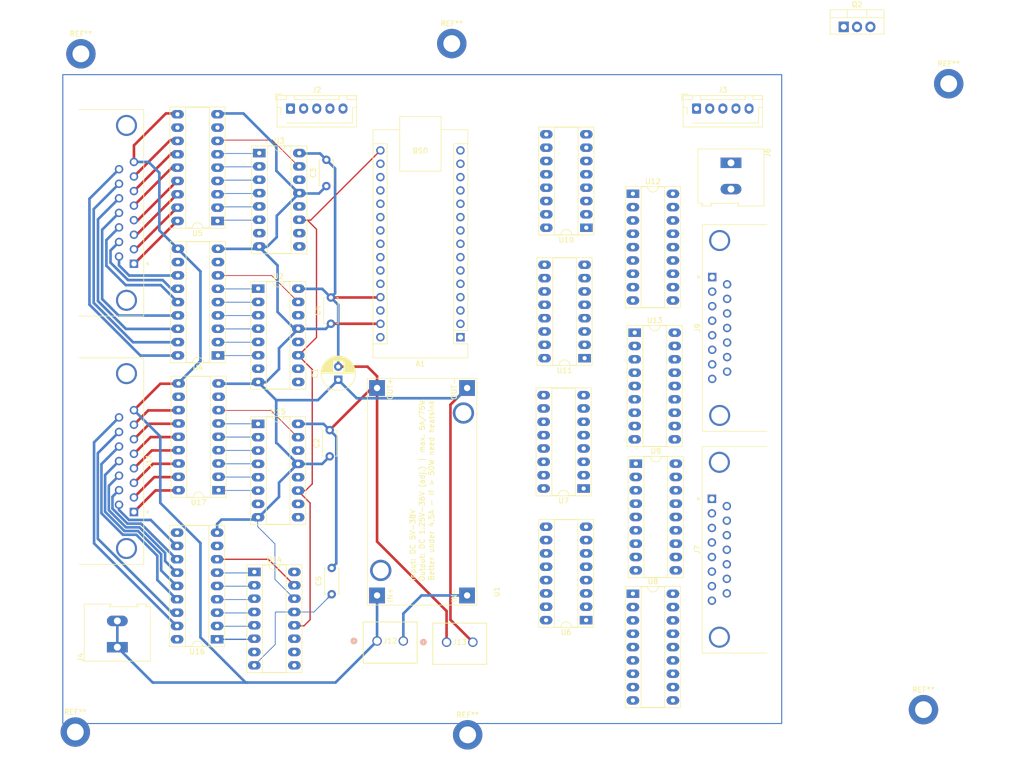
<source format=kicad_pcb>
(kicad_pcb (version 20221018) (generator pcbnew)
  (layers (0 "F.Cu" signal) (31 "B.Cu" signal) (34 "B.Paste" user) (35 "F.Paste" user) (36 "B.SilkS" user "B.Silkscreen") (37 "F.SilkS" user "F.Silkscreen") (38 "B.Mask" user) (39 "F.Mask" user) (44 "Edge.Cuts" user))
  (net 0 "")
  (net 4 "GND")
  (net 9 "signal_horn")
  (net 10 "CS_Halftime")
  (net 11 "Net-(A1-D8)")
  (net 12 "Net-(A1-D9)")
  (net 13 "CS_7seg")
  (net 14 "SER")
  (net 16 "CLK")
  (net 27 "+5V")
  (net 30 "Net-(U5-O7)")
  (net 31 "Net-(U5-O6)")
  (net 32 "Net-(U5-O5)")
  (net 33 "Net-(U5-O4)")
  (net 34 "Net-(U5-O3)")
  (net 35 "Net-(U5-O2)")
  (net 36 "Net-(U5-O1)")
  (net 37 "+12V")
  (net 38 "Net-(J5-P9)")
  (net 39 "Net-(J5-P10)")
  (net 40 "Net-(J5-P111)")
  (net 41 "Net-(J5-P12)")
  (net 42 "Net-(J5-P13)")
  (net 43 "Net-(J5-P14)")
  (net 44 "Net-(J5-P15)")
  (net 45 "Net-(U9-O7)")
  (net 46 "Net-(U9-O6)")
  (net 47 "Net-(U9-O5)")
  (net 48 "Net-(U9-O4)")
  (net 49 "Net-(U9-O3)")
  (net 50 "Net-(U9-O2)")
  (net 51 "Net-(U9-O1)")
  (net 52 "Net-(J7-P9)")
  (net 53 "Net-(J7-P10)")
  (net 54 "Net-(J7-P111)")
  (net 55 "Net-(J7-P12)")
  (net 56 "Net-(J7-P13)")
  (net 57 "Net-(J7-P14)")
  (net 58 "Net-(J7-P15)")
  (net 59 "Net-(U13-O7)")
  (net 60 "Net-(U13-O6)")
  (net 61 "Net-(U13-O5)")
  (net 62 "Net-(U13-O4)")
  (net 63 "Net-(U13-O3)")
  (net 64 "Net-(U13-O2)")
  (net 65 "Net-(U13-O1)")
  (net 66 "Net-(J9-P9)")
  (net 67 "Net-(J9-P10)")
  (net 68 "Net-(J9-P111)")
  (net 69 "Net-(J9-P12)")
  (net 70 "Net-(J9-P13)")
  (net 71 "Net-(J9-P14)")
  (net 72 "Net-(J9-P15)")
  (net 73 "Net-(U17-O7)")
  (net 74 "Net-(U17-O6)")
  (net 75 "Net-(U17-O5)")
  (net 76 "Net-(U17-O4)")
  (net 77 "Net-(U17-O3)")
  (net 78 "Net-(U17-O2)")
  (net 79 "Net-(U17-O1)")
  (net 80 "Net-(J11-P9)")
  (net 81 "Net-(J11-P10)")
  (net 82 "Net-(J11-P111)")
  (net 83 "Net-(J11-P12)")
  (net 84 "Net-(J11-P13)")
  (net 85 "Net-(J11-P14)")
  (net 86 "Net-(J11-P15)")
  (net 87 "Net-(U2-QB)")
  (net 88 "Net-(U2-QC)")
  (net 89 "Net-(U2-QD)")
  (net 90 "Net-(U2-QE)")
  (net 91 "Net-(U2-QF)")
  (net 92 "Net-(U2-QG)")
  (net 94 "Net-(U2-QH')")
  (net 95 "/TeamA Goals/SRCLR_IN")
  (net 96 "Net-(U2-QA)")
  (net 97 "Net-(U3-QB)")
  (net 98 "Net-(U3-QC)")
  (net 99 "Net-(U3-QD)")
  (net 100 "Net-(U3-QE)")
  (net 101 "Net-(U3-QF)")
  (net 102 "Net-(U3-QG)")
  (net 104 "/TeamA Goals/SER_OUT")
  (net 105 "Net-(U3-QA)")
  (net 110 "Net-(U6-QB)")
  (net 111 "Net-(U6-QC)")
  (net 112 "Net-(U6-QD)")
  (net 113 "Net-(U6-QE)")
  (net 114 "Net-(U6-QF)")
  (net 115 "Net-(U6-QG)")
  (net 117 "Net-(U6-QH')")
  (net 118 "/TeamB Goals/SRCLR_IN")
  (net 119 "Net-(U6-QA)")
  (net 120 "Net-(U7-QB)")
  (net 121 "Net-(U7-QC)")
  (net 122 "Net-(U7-QD)")
  (net 123 "Net-(U7-QE)")
  (net 124 "Net-(U7-QF)")
  (net 125 "Net-(U7-QG)")
  (net 127 "/Minutes/SER_IN")
  (net 128 "Net-(U7-QA)")
  (net 133 "Net-(U10-QB)")
  (net 134 "Net-(U10-QC)")
  (net 135 "Net-(U10-QD)")
  (net 136 "Net-(U10-QE)")
  (net 137 "Net-(U10-QF)")
  (net 138 "Net-(U10-QG)")
  (net 140 "Net-(U10-QH')")
  (net 141 "/Minutes/SRCLR_IN")
  (net 142 "Net-(U10-QA)")
  (net 143 "Net-(U11-QB)")
  (net 144 "Net-(U11-QC)")
  (net 145 "Net-(U11-QD)")
  (net 146 "Net-(U11-QE)")
  (net 147 "Net-(U11-QF)")
  (net 148 "Net-(U11-QG)")
  (net 150 "/Minutes/SER_OUT")
  (net 151 "Net-(U11-QA)")
  (net 156 "Net-(U14-QB)")
  (net 157 "Net-(U14-QC)")
  (net 158 "Net-(U14-QD)")
  (net 159 "Net-(U14-QE)")
  (net 160 "Net-(U14-QF)")
  (net 161 "Net-(U14-QG)")
  (net 163 "Net-(U14-QH')")
  (net 164 "/Seconds/SRCLR_IN")
  (net 165 "Net-(U14-QA)")
  (net 166 "Net-(U15-QB)")
  (net 167 "Net-(U15-QC)")
  (net 168 "Net-(U15-QD)")
  (net 169 "Net-(U15-QE)")
  (net 170 "Net-(U15-QF)")
  (net 171 "Net-(U15-QG)")
  (net 173 "/Seconds/SER_OUT")
  (net 174 "Net-(U15-QA)")
  (net 179 "Net-(U1-IN-)")
  (net 180 "Net-(Q2-G)")
  (net 181 "Net-(D1-A)")
  (footprint "Package_DIP:DIP-16_W7.62mm_Socket_LongPads" (layer "F.Cu") (at 57.4294 41.7322)
    (fp_text reference "U3")
    (fp_text value "74HC595")
  )
  (footprint "Package_DIP:DIP-16_W7.62mm_Socket_LongPads" (layer "F.Cu") (at 56.4896 121.4882)
    (fp_text reference "U14")
    (fp_text value "74HC595")
  )
  (footprint "MountingHole:MountingHole_3.2mm_M3_DIN965_Pad" (layer "F.Cu") (at 188.6966 28.5242)
    (fp_text reference "REF**")
    (fp_text value "MountingHole_3.2mm_M3_DIN965_Pad")
  )
  (footprint "Package_DIP:DIP-16_W7.62mm_Socket_LongPads" (layer "F.Cu") (at 57.2262 67.5386)
    (fp_text reference "U2")
    (fp_text value "74HC595")
  )
  (footprint "Package_DIP:DIP-18_W7.62mm_Socket_LongPads" (layer "F.Cu") (at 129.1164 100.8634)
    (fp_text reference "U9")
    (fp_text value "ULN2803A")
  )
  (footprint "Package_DIP:DIP-18_W7.62mm_Socket_LongPads" (layer "F.Cu") (at 49.4792 54.6608 180)
    (fp_text reference "U5")
    (fp_text value "ULN2803A")
  )
  (footprint "Polpoboard_footprints:DSUB-15" (layer "F.Cu") (at 33.566931 62.8118 -90)
    (fp_text reference "J5" hide)
    (fp_text value "DA15_Plug")
  )
  (footprint "Polpoboard_footprints:XL4005_DC-DC" (layer "F.Cu") (at 98.8441 127.8001 90)
    (fp_text reference "U1")
    (fp_text value "~")
  )
  (footprint "Package_DIP:DIP-18_W7.62mm_Socket_LongPads" (layer "F.Cu") (at 128.5666 49.4792)
    (fp_text reference "U12")
    (fp_text value "ULN2803A")
  )
  (footprint "Polpoboard_footprints:DSUB-15" (layer "F.Cu") (at 33.566931 110.068 -90)
    (fp_text reference "J11")
    (fp_text value "DA15_Plug")
  )
  (footprint "Polpoboard_footprints:DSUB-15" (layer "F.Cu") (at 143.6672 65.3394 90)
    (fp_text reference "J9")
    (fp_text value "DA15_Plug")
  )
  (footprint "Package_DIP:DIP-16_W7.62mm_Socket_LongPads" (layer "F.Cu") (at 119.6594 130.6576 180)
    (fp_text reference "U6")
    (fp_text value "74HC595")
  )
  (footprint "Connector_JST:JST_XH_B5B-XH-AM_1x05_P2.50mm_Vertical" (layer "F.Cu") (at 63.3768 33.257)
    (fp_text reference "J2")
    (fp_text value "CONN_LED_MATRIX TeamB")
  )
  (footprint "TerminalBlock:TerminalBlock_Altech_AK300-2_P5.00mm" (layer "F.Cu") (at 147.2438 43.59 -90)
    (fp_text reference "J6")
    (fp_text value "+12VDC additional supply")
  )
  (footprint "Package_DIP:DIP-18_W7.62mm_Socket_LongPads" (layer "F.Cu") (at 128.9132 75.9206)
    (fp_text reference "U13")
    (fp_text value "ULN2803A")
  )
  (footprint "Capacitor_THT:C_Disc_D4.7mm_W2.5mm_P5.00mm" (layer "F.Cu") (at 71.2216 125.7262 90)
    (fp_text reference "C5")
    (fp_text value "100nF")
  )
  (footprint "Package_DIP:DIP-18_W7.62mm_Socket_LongPads" (layer "F.Cu") (at 49.6824 105.918 180)
    (fp_text reference "U17")
    (fp_text value "ULN2803A")
  )
  (footprint "Package_DIP:DIP-16_W7.62mm_Socket_LongPads" (layer "F.Cu") (at 57.2008 93.2942)
    (fp_text reference "U15")
    (fp_text value "74HC595")
  )
  (footprint "Package_DIP:DIP-18_W7.62mm_Socket_LongPads" (layer "F.Cu") (at 49.5554 80.264 180)
    (fp_text reference "U4")
    (fp_text value "ULN2803A")
  )
  (footprint "TerminalBlock:TerminalBlock_Altech_AK300-2_P5.00mm" (layer "F.Cu") (at 30.4038 135.8102 90)
    (fp_text reference "J4")
    (fp_text value "+12VDC additional supply")
  )
  (footprint "Capacitor_THT:C_Disc_D4.7mm_W2.5mm_P5.00mm" (layer "F.Cu") (at 71.0692 74.2296 90)
    (fp_text reference "C4")
    (fp_text value "100nF")
  )
  (footprint "MountingHole:MountingHole_3.2mm_M3_DIN965_Pad" (layer "F.Cu") (at 22.4028 151.9682)
    (fp_text reference "REF**")
    (fp_text value "MountingHole_3.2mm_M3_DIN965_Pad")
  )
  (footprint "Capacitor_THT:C_Disc_D4.7mm_W2.5mm_P5.00mm" (layer "F.Cu") (at 70.2056 48.0168 90)
    (fp_text reference "C3")
    (fp_text value "100nF")
  )
  (footprint "Capacitor_THT:C_Disc_D4.7mm_W2.5mm_P5.00mm" (layer "F.Cu") (at 70.8406 99.4772 90)
    (fp_text reference "C2")
    (fp_text value "100nF")
  )
  (footprint "MountingHole:MountingHole_3.2mm_M3_DIN965_Pad" (layer "F.Cu") (at 94.0816 20.8788)
    (fp_text reference "REF**")
    (fp_text value "MountingHole_3.2mm_M3_DIN965_Pad")
  )
  (footprint "Connector_JST:JST_XH_B5B-XH-AM_1x05_P2.50mm_Vertical" (layer "F.Cu") (at 140.6904 33.2552)
    (fp_text reference "J3")
    (fp_text value "CONN_LED_MATRIX TeamA")
  )
  (footprint "Package_DIP:DIP-16_W7.62mm_Socket_LongPads" (layer "F.Cu") (at 119.7002 55.9408 180)
    (fp_text reference "U10")
    (fp_text value "74HC595")
  )
  (footprint "Package_DIP:DIP-18_W7.62mm_Socket_LongPads" (layer "F.Cu") (at 128.5666 125.6284)
    (fp_text reference "U8")
    (fp_text value "ULN2803A")
  )
  (footprint "Polpoboard_footprints:CONN2_710002_WRE" (layer "F.Cu") (at 79.8595 134.627501)
    (fp_text reference "J12")
    (fp_text value "+12V IN")
  )
  (footprint "Package_DIP:DIP-16_W7.62mm_Socket_LongPads" (layer "F.Cu") (at 119.37 80.782 180)
    (fp_text reference "U11")
    (fp_text value "74HC595")
  )
  (footprint "Package_DIP:DIP-18_W7.62mm_Socket_LongPads" (layer "F.Cu") (at 49.403 134.3152 180)
    (fp_text reference "U16")
    (fp_text value "ULN2803A")
  )
  (footprint "Polpoboard_footprints:CONN2_710002_WRE" (layer "F.Cu") (at 93.0929 134.856101)
    (fp_text reference "J13")
    (fp_text value "+5V external")
  )
  (footprint "Module:Arduino_Nano" (layer "F.Cu") (at 95.7326 76.7842 180)
    (fp_text reference "A1")
    (fp_text value "Arduino_Nano_v3.x")
  )
  (footprint "MountingHole:MountingHole_3.2mm_M3_DIN965_Pad" (layer "F.Cu") (at 183.896 147.701)
    (fp_text reference "REF**")
    (fp_text value "MountingHole_3.2mm_M3_DIN965_Pad")
  )
  (footprint "MountingHole:MountingHole_3.2mm_M3_DIN965_Pad" (layer "F.Cu") (at 97.1042 152.5016)
    (fp_text reference "REF**")
    (fp_text value "MountingHole_3.2mm_M3_DIN965_Pad")
  )
  (footprint "MountingHole:MountingHole_3.2mm_M3_DIN965_Pad" (layer "F.Cu") (at 23.4696 22.8346)
    (fp_text reference "REF**")
    (fp_text value "MountingHole_3.2mm_M3_DIN965_Pad")
  )
  (footprint "Polpoboard_footprints:DSUB-15" (layer "F.Cu") (at 143.614 107.5644 90)
    (fp_text reference "J7")
    (fp_text value "DA15_Plug")
  )
  (footprint "Package_TO_SOT_THT:TO-220-3_Vertical" (layer "F.Cu") (at 168.7068 17.7038)
    (fp_text reference "Q2")
    (fp_text value "IRLZ44N")
  )
  (footprint "Capacitor_THT:CP_Radial_D6.3mm_P2.50mm" (layer "F.Cu") (at 72.4662 84.8976 90)
    (fp_text reference "C1")
    (fp_text value "C")
  )
  (footprint "Package_DIP:DIP-16_W7.62mm_Socket_LongPads" (layer "F.Cu") (at 119.1922 105.5978 180)
    (fp_text reference "U7")
    (fp_text value "74HC595")
  )
  (gr_rect (start 20.015 26.797) (end 156.8958 150.3428) (stroke (width 0.2)) (fill none) (layer "B.Cu"))
  (segment (start 71.0692 74.2296) (end 80.478 74.2296) (width 0.5) (layer "F.Cu") (net 4))
  (segment (start 93.8301 89.6341) (end 97.0026 86.4616) (width 0.5) (layer "F.Cu") (net 4))
  (segment (start 80.478 74.2296) (end 80.4926 74.2442) (width 0.5) (layer "F.Cu") (net 4))
  (segment (start 98.0929 134.856101) (end 93.8301 130.593301) (width 0.5) (layer "F.Cu") (net 4))
  (segment (start 93.8301 130.593301) (end 93.8301 89.6341) (width 0.5) (layer "F.Cu") (net 4))
  (segment (start 50.2534 111.506) (end 56.6928 111.506) (width 0.5) (layer "B.Cu") (net 4))
  (segment (start 57.2516 85.3694) (end 60.6552 88.773) (width 0.5) (layer "B.Cu") (net 4))
  (segment (start 60.4774 135.2804) (end 60.4774 129.2352) (width 0.15) (layer "B.Cu") (net 4))
  (segment (start 58.9026 59.5884) (end 60.7568 57.7342) (width 0.5) (layer "B.Cu") (net 4))
  (segment (start 68.794 49.4284) (end 70.2056 48.0168) (width 0.5) (layer "B.Cu") (net 4))
  (segment (start 60.4012 122.8852) (end 64.1858 126.6698) (width 0.15) (layer "B.Cu") (net 4))
  (segment (start 60.6806 40.4622) (end 54.4068 34.1884) (width 0.5) (layer "B.Cu") (net 4))
  (segment (start 95.0526 88.4116) (end 97.0026 86.4616) (width 0.5) (layer "B.Cu") (net 4))
  (segment (start 50.4312 59.9694) (end 56.9976 59.9694) (width 0.5) (layer "B.Cu") (net 4))
  (segment (start 60.7568 97.0534) (end 60.8838 97.0534) (width 0.15) (layer "B.Cu") (net 4))
  (segment (start 61.1886 104.4702) (end 61.1886 107.188) (width 0.5) (layer "B.Cu") (net 4))
  (segment (start 64.135 75.2094) (end 64.8716 75.2094) (width 0.5) (layer "B.Cu") (net 4))
  (segment (start 64.1096 129.1082) (end 67.8396 129.1082) (width 0.15) (layer "B.Cu") (net 4))
  (segment (start 56.6928 111.506) (end 57.1246 111.0742) (width 0.5) (layer "B.Cu") (net 4))
  (segment (start 49.403 113.9952) (end 49.403 112.3564) (width 0.5) (layer "B.Cu") (net 4))
  (segment (start 61.1886 82.8802) (end 58.6994 85.3694) (width 0.5) (layer "B.Cu") (net 4))
  (segment (start 57.3786 59.5884) (end 60.9092 63.119) (width 0.5) (layer "B.Cu") (net 4))
  (segment (start 64.9986 49.4284) (end 68.794 49.4284) (width 0.5) (layer "B.Cu") (net 4))
  (segment (start 75.9802 88.4116) (end 95.0526 88.4116) (width 0.5) (layer "B.Cu") (net 4))
  (segment (start 57.1246 111.0742) (end 57.1246 112.8522) (width 0.15) (layer "B.Cu") (net 4))
  (segment (start 64.7446 100.9142) (end 61.1886 104.4702) (width 0.5) (layer "B.Cu") (net 4))
  (segment (start 60.7568 57.7342) (end 60.7568 53.6702) (width 0.5) (layer "B.Cu") (net 4))
  (segment (start 64.7446 100.9142) (end 69.4036 100.9142) (width 0.5) (layer "B.Cu") (net 4))
  (segment (start 58.6994 85.3694) (end 57.2516 85.3694) (width 0.5) (layer "B.Cu") (net 4))
  (segment (start 61.1886 107.188) (end 57.3024 111.0742) (width 0.5) (layer "B.Cu") (net 4))
  (segment (start 69.4036 100.9142) (end 70.8406 99.4772) (width 0.5) (layer "B.Cu") (net 4))
  (segment (start 60.4012 116.1288) (end 60.4012 122.8852) (width 0.15) (layer "B.Cu") (net 4))
  (segment (start 60.4774 129.2352) (end 60.6044 129.1082) (width 0.15) (layer "B.Cu") (net 4))
  (segment (start 64.8716 75.2094) (end 70.0894 75.2094) (width 0.5) (layer "B.Cu") (net 4))
  (segment (start 60.6552 88.773) (end 60.6552 96.9518) (width 0.5) (layer "B.Cu") (net 4))
  (segment (start 60.8838 97.0534) (end 64.7446 100.9142) (width 0.5) (layer "B.Cu") (net 4))
  (segment (start 70.278 126.6698) (end 70.6736 126.2742) (width 0.15) (layer "B.Cu") (net 4))
  (segment (start 61.1886 78.8924) (end 61.1886 82.8802) (width 0.5) (layer "B.Cu") (net 4))
  (segment (start 60.6552 96.9518) (end 60.7568 97.0534) (width 0.15) (layer "B.Cu") (net 4))
  (segment (start 60.9092 63.119) (end 60.9092 71.9836) (width 0.5) (layer "B.Cu") (net 4))
  (segment (start 72.4662 84.8976) (end 68.5908 88.773) (width 0.5) (layer "B.Cu") (net 4))
  (segment (start 70.6736 126.2742) (end 71.2216 125.7262) (width 0.5) (layer "B.Cu") (net 4))
  (segment (start 56.9722 85.6488) (end 57.2516 85.3694) (width 0.15) (layer "B.Cu") (net 4))
  (segment (start 64.8716 75.2094) (end 61.1886 78.8924) (width 0.5) (layer "B.Cu") (net 4))
  (segment (start 67.8396 129.1082) (end 70.6736 126.2742) (width 0.15) (layer "B.Cu") (net 4))
  (segment (start 56.4896 139.2682) (end 60.4774 135.2804) (width 0.15) (layer "B.Cu") (net 4))
  (segment (start 60.7568 53.6702) (end 64.9986 49.4284) (width 0.5) (layer "B.Cu") (net 4))
  (segment (start 50.4058 85.6488) (end 56.9722 85.6488) (width 0.5) (layer "B.Cu") (net 4))
  (segment (start 57.1246 112.8522) (end 60.4012 116.1288) (width 0.15) (layer "B.Cu") (net 4))
  (segment (start 64.9986 49.4284) (end 60.6806 45.1104) (width 0.5) (layer "B.Cu") (net 4))
  (segment (start 72.4662 84.8976) (end 75.9802 88.4116) (width 0.5) (layer "B.Cu") (net 4))
  (segment (start 60.9092 71.9836) (end 64.135 75.2094) (width 0.5) (layer "B.Cu") (net 4))
  (segment (start 60.6806 45.1104) (end 60.6806 40.4622) (width 0.5) (layer "B.Cu") (net 4))
  (segment (start 60.6044 129.1082) (end 64.1096 129.1082) (width 0.15) (layer "B.Cu") (net 4))
  (segment (start 57.3786 59.5884) (end 58.9026 59.5884) (width 0.5) (layer "B.Cu") (net 4))
  (segment (start 49.403 112.3564) (end 50.2534 111.506) (width 0.5) (layer "B.Cu") (net 4))
  (segment (start 56.9976 59.9694) (end 57.3786 59.5884) (width 0.5) (layer "B.Cu") (net 4))
  (segment (start 70.0894 75.2094) (end 71.0692 74.2296) (width 0.5) (layer "B.Cu") (net 4))
  (segment (start 68.5908 88.773) (end 60.6552 88.773) (width 0.5) (layer "B.Cu") (net 4))
  (segment (start 57.3024 111.0742) (end 57.1246 111.0742) (width 0.15) (layer "B.Cu") (net 4))
  (segment (start 54.4068 34.1884) (end 50.4312 34.1884) (width 0.5) (layer "B.Cu") (net 4))
  (segment (start 66.2432 105.9942) (end 64.7446 105.9942) (width 0.25) (layer "F.Cu") (net 16))
  (segment (start 67.2084 54.5084) (end 66.5988 54.5084) (width 0.25) (layer "F.Cu") (net 16))
  (segment (start 64.7446 105.9942) (end 67.1068 108.3564) (width 0.25) (layer "F.Cu") (net 16))
  (segment (start 80.4926 41.2242) (end 67.2084 54.5084) (width 0.25) (layer "F.Cu") (net 16))
  (segment (start 64.8716 80.2894) (end 68.326 76.835) (width 0.25) (layer "F.Cu") (net 16))
  (segment (start 67.1068 130.5814) (end 65.9384 131.7498) (width 0.25) (layer "F.Cu") (net 16))
  (segment (start 68.326 76.835) (end 68.326 56.2356) (width 0.25) (layer "F.Cu") (net 16))
  (segment (start 68.326 56.2356) (end 66.5988 54.5084) (width 0.25) (layer "F.Cu") (net 16))
  (segment (start 66.5988 54.5084) (end 64.9986 54.5084) (width 0.25) (layer "F.Cu") (net 16))
  (segment (start 67.5132 82.931) (end 67.5132 104.7242) (width 0.25) (layer "F.Cu") (net 16))
  (segment (start 67.1068 108.3564) (end 67.1068 130.5814) (width 0.25) (layer "F.Cu") (net 16))
  (segment (start 64.8716 80.2894) (end 67.5132 82.931) (width 0.25) (layer "F.Cu") (net 16))
  (segment (start 65.9384 131.7498) (end 64.1858 131.7498) (width 0.25) (layer "F.Cu") (net 16))
  (segment (start 67.5132 104.7242) (end 66.2432 105.9942) (width 0.25) (layer "F.Cu") (net 16))
  (segment (start 79.8576 115.697) (end 79.8576 86.4616) (width 0.5) (layer "F.Cu") (net 27))
  (segment (start 72.4662 82.3976) (end 78.0288 82.3976) (width 0.5) (layer "F.Cu") (net 27))
  (segment (start 79.8576 86.4616) (end 79.8576 84.2264) (width 0.5) (layer "F.Cu") (net 27))
  (segment (start 78.8562 86.4616) (end 79.8576 86.4616) (width 0.5) (layer "F.Cu") (net 27))
  (segment (start 93.0929 128.9323) (end 79.8576 115.697) (width 0.5) (layer "F.Cu") (net 27))
  (segment (start 71.0692 69.2296) (end 80.4272 69.2296) (width 0.5) (layer "F.Cu") (net 27))
  (segment (start 70.8406 94.4772) (end 78.8562 86.4616) (width 0.5) (layer "F.Cu") (net 27))
  (segment (start 80.4272 69.2296) (end 80.4926 69.1642) (width 0.5) (layer "F.Cu") (net 27))
  (segment (start 78.0288 82.3976) (end 79.8576 84.2264) (width 0.5) (layer "F.Cu") (net 27))
  (segment (start 93.0929 134.856101) (end 93.0929 128.9323) (width 0.5) (layer "F.Cu") (net 27))
  (segment (start 72.0906 119.8572) (end 71.2216 120.7262) (width 0.5) (layer "B.Cu") (net 27))
  (segment (start 64.9986 41.8084) (end 68.9972 41.8084) (width 0.5) (layer "B.Cu") (net 27))
  (segment (start 72.0906 95.7272) (end 72.0906 119.8572) (width 0.5) (layer "B.Cu") (net 27))
  (segment (start 69.429 67.5894) (end 71.0692 69.2296) (width 0.5) (layer "B.Cu") (net 27))
  (segment (start 71.0692 69.2296) (end 72.4662 70.6266) (width 0.5) (layer "B.Cu") (net 27))
  (segment (start 71.869199 44.680399) (end 70.2056 43.0168) (width 0.5) (layer "B.Cu") (net 27))
  (segment (start 69.6576 93.2942) (end 70.8406 94.4772) (width 0.5) (layer "B.Cu") (net 27))
  (segment (start 70.8406 94.4772) (end 72.0906 95.7272) (width 0.5) (layer "B.Cu") (net 27))
  (segment (start 68.9972 41.8084) (end 70.2056 43.0168) (width 0.5) (layer "B.Cu") (net 27))
  (segment (start 72.4662 70.6266) (end 72.4662 82.3976) (width 0.5) (layer "B.Cu") (net 27))
  (segment (start 64.7446 93.2942) (end 69.6576 93.2942) (width 0.5) (layer "B.Cu") (net 27))
  (segment (start 71.0692 69.2296) (end 71.869199 68.429601) (width 0.5) (layer "B.Cu") (net 27))
  (segment (start 64.8716 67.5894) (end 69.429 67.5894) (width 0.5) (layer "B.Cu") (net 27))
  (segment (start 71.869199 68.429601) (end 71.869199 44.680399) (width 0.5) (layer "B.Cu") (net 27))
  (segment (start 33.566931 46.1918) (end 40.490332 39.2684) (width 0.5) (layer "F.Cu") (net 30))
  (segment (start 41.9312 39.2684) (end 40.490332 39.2684) (width 0.5) (layer "F.Cu") (net 30))
  (segment (start 40.720331 41.8084) (end 41.9312 41.8084) (width 0.5) (layer "F.Cu") (net 31))
  (segment (start 33.566931 48.9618) (end 40.720331 41.8084) (width 0.5) (layer "F.Cu") (net 31))
  (segment (start 33.566931 51.7318) (end 40.950331 44.3484) (width 0.5) (layer "F.Cu") (net 32))
  (segment (start 40.950331 44.3484) (end 41.9312 44.3484) (width 0.5) (layer "F.Cu") (net 32))
  (segment (start 41.9312 46.8884) (end 34.3178 54.5018) (width 0.5) (layer "F.Cu") (net 33))
  (segment (start 34.3178 54.5018) (end 33.566931 54.5018) (width 0.5) (layer "F.Cu") (net 33))
  (segment (start 41.9312 49.4284) (end 34.0878 57.2718) (width 0.5) (layer "F.Cu") (net 34))
  (segment (start 34.0878 57.2718) (end 33.566931 57.2718) (width 0.5) (layer "F.Cu") (net 34))
  (segment (start 33.8578 60.0418) (end 33.566931 60.0418) (width 0.5) (layer "F.Cu") (net 35))
  (segment (start 41.9312 51.9684) (end 33.8578 60.0418) (width 0.5) (layer "F.Cu") (net 35))
  (segment (start 41.9312 54.5084) (end 33.6278 62.8118) (width 0.5) (layer "F.Cu") (net 36))
  (segment (start 33.6278 62.8118) (end 33.566931 62.8118) (width 0.5) (layer "F.Cu") (net 36))
  (segment (start 38.596131 85.6488) (end 33.566931 90.678) (width 0.5) (layer "F.Cu") (net 37))
  (segment (start 33.566931 43.4218) (end 33.566931 40.270869) (width 0.5) (layer "F.Cu") (net 37))
  (segment (start 33.566931 40.270869) (end 39.6494 34.1884) (width 0.5) (layer "F.Cu") (net 37))
  (segment (start 39.6494 34.1884) (end 41.9312 34.1884) (width 0.5) (layer "F.Cu") (net 37))
  (segment (start 41.9058 85.6488) (end 38.596131 85.6488) (width 0.5) (layer "F.Cu") (net 37))
  (segment (start 79.8576 125.9586) (end 79.8576 134.625601) (width 0.5) (layer "B.Cu") (net 37))
  (segment (start 38.5826 95.693669) (end 38.5826 108.3352) (width 0.5) (layer "B.Cu") (net 37))
  (segment (start 30.4038 135.8102) (end 37.1384 142.5448) (width 0.5) (layer "B.Cu") (net 37))
  (segment (start 71.942201 142.5448) (end 79.8595 134.627501) (width 0.5) (layer "B.Cu") (net 37))
  (segment (start 38.4048 56.443) (end 41.9312 59.9694) (width 0.5) (layer "B.Cu") (net 37))
  (segment (start 33.566931 43.4218) (end 36.3352 43.4218) (width 0.5) (layer "B.Cu") (net 37))
  (segment (start 54.8386 142.5448) (end 55.1942 142.5448) (width 0.5) (layer "B.Cu") (net 37))
  (segment (start 46.228 133.9342) (end 54.8386 142.5448) (width 0.5) (layer "B.Cu") (net 37))
  (segment (start 30.4038 130.8102) (end 30.4038 135.8102) (width 0.5) (layer "B.Cu") (net 37))
  (segment (start 36.3352 43.4218) (end 38.4048 45.4914) (width 0.5) (layer "B.Cu") (net 37))
  (segment (start 41.9058 85.6488) (end 46.228 81.3266) (width 0.5) (layer "B.Cu") (net 37))
  (segment (start 37.2618 142.5448) (end 71.942201 142.5448) (width 0.5) (layer "B.Cu") (net 37))
  (segment (start 46.228 81.3266) (end 46.228 64.2662) (width 0.5) (layer "B.Cu") (net 37))
  (segment (start 46.228 64.2662) (end 41.9312 59.9694) (width 0.5) (layer "B.Cu") (net 37))
  (segment (start 37.1384 142.5448) (end 37.2618 142.5448) (width 0.5) (layer "B.Cu") (net 37))
  (segment (start 79.8576 134.625601) (end 79.8595 134.627501) (width 0.5) (layer "B.Cu") (net 37))
  (segment (start 38.5826 108.3352) (end 46.228 115.9806) (width 0.5) (layer "B.Cu") (net 37))
  (segment (start 33.566931 90.678) (end 38.5826 95.693669) (width 0.5) (layer "B.Cu") (net 37))
  (segment (start 38.4048 45.4914) (end 38.4048 56.443) (width 0.5) (layer "B.Cu") (net 37))
  (segment (start 46.228 115.9806) (end 46.228 133.9342) (width 0.5) (layer "B.Cu") (net 37))
  (segment (start 30.726931 63.111931) (end 32.6644 65.0494) (width 0.5) (layer "B.Cu") (net 38))
  (segment (start 32.6644 65.0494) (end 41.9312 65.0494) (width 0.5) (layer "B.Cu") (net 38))
  (segment (start 30.726931 61.4268) (end 30.726931 63.111931) (width 0.5) (layer "B.Cu") (net 38))
  (segment (start 41.9312 67.5894) (end 40.7162 67.5894) (width 0.5) (layer "B.Cu") (net 39))
  (segment (start 39.0398 65.913) (end 32.4358 65.913) (width 0.5) (layer "B.Cu") (net 39))
  (segment (start 29.1084 60.275331) (end 30.726931 58.6568) (width 0.5) (layer "B.Cu") (net 39))
  (segment (start 29.1084 62.5856) (end 29.1084 60.275331) (width 0.5) (layer "B.Cu") (net 39))
  (segment (start 40.7162 67.5894) (end 39.0398 65.913) (width 0.5) (layer "B.Cu") (net 39))
  (segment (start 32.4358 65.913) (end 29.1084 62.5856) (width 0.5) (layer "B.Cu") (net 39))
  (segment (start 28.321 63.1952) (end 28.321 58.292731) (width 0.5) (layer "B.Cu") (net 40))
  (segment (start 28.321 58.292731) (end 30.726931 55.8868) (width 0.5) (layer "B.Cu") (net 40))
  (segment (start 32.004 66.8782) (end 28.321 63.1952) (width 0.5) (layer "B.Cu") (net 40))
  (segment (start 41.9312 70.1294) (end 38.68 66.8782) (width 0.5) (layer "B.Cu") (net 40))
  (segment (start 38.68 66.8782) (end 32.004 66.8782) (width 0.5) (layer "B.Cu") (net 40))
  (segment (start 27.5082 56.335531) (end 30.726931 53.1168) (width 0.5) (layer "B.Cu") (net 41))
  (segment (start 27.5082 69.5198) (end 27.5082 56.335531) (width 0.5) (layer "B.Cu") (net 41))
  (segment (start 30.6578 72.6694) (end 27.5082 69.5198) (width 0.5) (layer "B.Cu") (net 41))
  (segment (start 41.9312 72.6694) (end 30.6578 72.6694) (width 0.5) (layer "B.Cu") (net 41))
  (segment (start 26.7208 54.352931) (end 30.726931 50.3468) (width 0.5) (layer "B.Cu") (net 42))
  (segment (start 32.0294 75.2094) (end 26.7208 69.9008) (width 0.5) (layer "B.Cu") (net 42))
  (segment (start 41.9312 75.2094) (end 32.0294 75.2094) (width 0.5) (layer "B.Cu") (net 42))
  (segment (start 26.7208 69.9008) (end 26.7208 54.352931) (width 0.5) (layer "B.Cu") (net 42))
  (segment (start 33.401 77.7494) (end 25.908 70.2564) (width 0.5) (layer "B.Cu") (net 43))
  (segment (start 25.908 52.395731) (end 30.726931 47.5768) (width 0.5) (layer "B.Cu") (net 43))
  (segment (start 41.9312 77.7494) (end 33.401 77.7494) (width 0.5) (layer "B.Cu") (net 43))
  (segment (start 25.908 70.2564) (end 25.908 52.395731) (width 0.5) (layer "B.Cu") (net 43))
  (segment (start 41.9312 80.2894) (end 34.798 80.2894) (width 0.5) (layer "B.Cu") (net 44))
  (segment (start 25.0952 70.5866) (end 25.0952 50.438531) (width 0.5) (layer "B.Cu") (net 44))
  (segment (start 25.0952 50.438531) (end 30.726931 44.8068) (width 0.5) (layer "B.Cu") (net 44))
  (segment (start 34.798 80.2894) (end 25.0952 70.5866) (width 0.5) (layer "B.Cu") (net 44))
  (segment (start 36.286131 90.7288) (end 33.566931 93.448) (width 0.5) (layer "F.Cu") (net 73))
  (segment (start 41.9058 90.7288) (end 36.286131 90.7288) (width 0.5) (layer "F.Cu") (net 73))
  (segment (start 36.516131 93.2688) (end 33.566931 96.218) (width 0.5) (layer "F.Cu") (net 74))
  (segment (start 41.9058 93.2688) (end 36.516131 93.2688) (width 0.5) (layer "F.Cu") (net 74))
  (segment (start 36.746131 95.8088) (end 33.566931 98.988) (width 0.5) (layer "F.Cu") (net 75))
  (segment (start 41.9058 95.8088) (end 36.746131 95.8088) (width 0.5) (layer "F.Cu") (net 75))
  (segment (start 41.9058 98.3488) (end 36.976131 98.3488) (width 0.5) (layer "F.Cu") (net 76))
  (segment (start 36.976131 98.3488) (end 33.566931 101.758) (width 0.5) (layer "F.Cu") (net 76))
  (segment (start 41.9058 100.8888) (end 37.206131 100.8888) (width 0.5) (layer "F.Cu") (net 77))
  (segment (start 37.206131 100.8888) (end 33.566931 104.528) (width 0.5) (layer "F.Cu") (net 77))
  (segment (start 37.436131 103.4288) (end 33.566931 107.298) (width 0.5) (layer "F.Cu") (net 78))
  (segment (start 41.9058 103.4288) (end 37.436131 103.4288) (width 0.5) (layer "F.Cu") (net 78))
  (segment (start 37.666131 105.9688) (end 33.566931 110.068) (width 0.5) (layer "F.Cu") (net 79))
  (segment (start 41.9058 105.9688) (end 37.666131 105.9688) (width 0.5) (layer "F.Cu") (net 79))
  (segment (start 41.7534 116.586) (end 36.7496 111.5822) (width 0.5) (layer "B.Cu") (net 80))
  (segment (start 36.7496 111.5822) (end 32.6136 111.5822) (width 0.5) (layer "B.Cu") (net 80))
  (segment (start 30.726931 109.695531) (end 30.726931 108.683) (width 0.5) (layer "B.Cu") (net 80))
  (segment (start 32.6136 111.5822) (end 30.726931 109.695531) (width 0.5) (layer "B.Cu") (net 80))
  (segment (start 29.476931 107.163) (end 30.726931 105.913) (width 0.5) (layer "B.Cu") (net 81))
  (segment (start 34.9096 112.2822) (end 32.32365 112.2822) (width 0.5) (layer "B.Cu") (net 81))
  (segment (start 32.32365 112.2822) (end 29.476931 109.435481) (width 0.5) (layer "B.Cu") (net 81))
  (segment (start 29.476931 109.435481) (end 29.476931 107.163) (width 0.5) (layer "B.Cu") (net 81))
  (segment (start 41.7534 119.126) (end 34.9096 112.2822) (width 0.5) (layer "B.Cu") (net 81))
  (segment (start 28.776931 109.72543) (end 28.776931 105.093) (width 0.5) (layer "B.Cu") (net 82))
  (segment (start 39.497 117.85955) (end 34.631125 112.993675) (width 0.5) (layer "B.Cu") (net 82))
  (segment (start 34.631125 112.993675) (end 32.045176 112.993675) (width 0.5) (layer "B.Cu") (net 82))
  (segment (start 39.497 119.4096) (end 39.497 117.85955) (width 0.5) (layer "B.Cu") (net 82))
  (segment (start 28.776931 105.093) (end 30.726931 103.143) (width 0.5) (layer "B.Cu") (net 82))
  (segment (start 32.045176 112.993675) (end 28.776931 109.72543) (width 0.5) (layer "B.Cu") (net 82))
  (segment (start 41.7534 121.666) (end 39.497 119.4096) (width 0.5) (layer "B.Cu") (net 82))
  (segment (start 38.74625 118.09875) (end 34.341175 113.693675) (width 0.5) (layer "B.Cu") (net 83))
  (segment (start 28.076931 110.015379) (end 28.076931 103.023) (width 0.5) (layer "B.Cu") (net 83))
  (segment (start 31.755226 113.693675) (end 28.076931 110.015379) (width 0.5) (layer "B.Cu") (net 83))
  (segment (start 38.74625 121.19885) (end 38.74625 118.09875) (width 0.5) (layer "B.Cu") (net 83))
  (segment (start 28.076931 103.023) (end 30.726931 100.373) (width 0.5) (layer "B.Cu") (net 83))
  (segment (start 41.7534 124.206) (end 38.74625 121.19885) (width 0.5) (layer "B.Cu") (net 83))
  (segment (start 34.341175 113.693675) (end 31.755226 113.693675) (width 0.5) (layer "B.Cu") (net 83))
  (segment (start 27.376931 100.953) (end 30.726931 97.603) (width 0.5) (layer "B.Cu") (net 84))
  (segment (start 31.465276 114.393675) (end 34.002675 114.393675) (width 0.5) (layer "B.Cu") (net 84))
  (segment (start 38.0238 118.4148) (end 34.002675 114.393675) (width 0.5) (layer "B.Cu") (net 84))
  (segment (start 41.7534 126.746) (end 38.0238 123.0164) (width 0.5) (layer "B.Cu") (net 84))
  (segment (start 38.0238 123.0164) (end 38.0238 118.4148) (width 0.5) (layer "B.Cu") (net 84))
  (segment (start 27.376931 100.953) (end 27.376931 110.305329) (width 0.5) (layer "B.Cu") (net 84))
  (segment (start 27.376931 110.305329) (end 31.465276 114.393675) (width 0.5) (layer "B.Cu") (net 84))
  (segment (start 41.7534 129.286) (end 40.817474 129.286) (width 0.5) (layer "B.Cu") (net 85))
  (segment (start 26.676931 98.883) (end 30.726931 94.833) (width 0.5) (layer "B.Cu") (net 85))
  (segment (start 26.676931 115.145457) (end 26.676931 98.883) (width 0.5) (layer "B.Cu") (net 85))
  (segment (start 40.817474 129.286) (end 26.676931 115.145457) (width 0.5) (layer "B.Cu") (net 85))
  (segment (start 41.7534 131.826) (end 25.976931 116.049531) (width 0.5) (layer "B.Cu") (net 86))
  (segment (start 25.976931 96.813) (end 30.726931 92.063) (width 0.5) (layer "B.Cu") (net 86))
  (segment (start 25.976931 116.049531) (end 25.976931 96.813) (width 0.5) (layer "B.Cu") (net 86))
  (segment (start 50.4312 67.5894) (end 57.2516 67.5894) (width 0.15) (layer "B.Cu") (net 87))
  (segment (start 50.4312 70.1294) (end 57.2516 70.1294) (width 0.15) (layer "B.Cu") (net 88))
  (segment (start 50.4312 72.6694) (end 57.2516 72.6694) (width 0.15) (layer "B.Cu") (net 89))
  (segment (start 50.4312 75.2094) (end 57.2516 75.2094) (width 0.15) (layer "B.Cu") (net 90))
  (segment (start 50.4312 77.7494) (end 57.2516 77.7494) (width 0.15) (layer "B.Cu") (net 91))
  (segment (start 50.4312 80.2894) (end 57.2516 80.2894) (width 0.15) (layer "B.Cu") (net 92))
  (segment (start 50.4312 65.0494) (end 59.7916 65.0494) (width 0.15) (layer "F.Cu") (net 96))
  (segment (start 59.7916 65.0494) (end 64.8716 70.1294) (width 0.15) (layer "F.Cu") (net 96))
  (segment (start 50.4312 41.8084) (end 57.3786 41.8084) (width 0.15) (layer "B.Cu") (net 97))
  (segment (start 50.4312 44.3484) (end 57.3786 44.3484) (width 0.15) (layer "B.Cu") (net 98))
  (segment (start 50.4312 46.8884) (end 57.3786 46.8884) (width 0.15) (layer "B.Cu") (net 99))
  (segment (start 50.4312 49.4284) (end 57.3786 49.4284) (width 0.15) (layer "B.Cu") (net 100))
  (segment (start 50.4312 51.9684) (end 57.3786 51.9684) (width 0.15) (layer "B.Cu") (net 101))
  (segment (start 50.4312 54.5084) (end 57.3786 54.5084) (width 0.15) (layer "B.Cu") (net 102))
  (segment (start 59.9186 39.2684) (end 64.9986 44.3484) (width 0.15) (layer "F.Cu") (net 105))
  (segment (start 50.4312 39.2684) (end 59.9186 39.2684) (width 0.15) (layer "F.Cu") (net 105))
  (segment (start 56.4896 121.666) (end 56.5658 121.5898) (width 0.15) (layer "B.Cu") (net 156))
  (segment (start 50.2534 121.666) (end 56.4896 121.666) (width 0.15) (layer "B.Cu") (net 156))
  (segment (start 50.2534 124.206) (end 56.4896 124.206) (width 0.15) (layer "B.Cu") (net 157))
  (segment (start 56.4896 124.206) (end 56.5658 124.1298) (width 0.15) (layer "B.Cu") (net 157))
  (segment (start 56.4896 126.746) (end 56.5658 126.6698) (width 0.15) (layer "B.Cu") (net 158))
  (segment (start 50.2534 126.746) (end 56.4896 126.746) (width 0.15) (layer "B.Cu") (net 158))
  (segment (start 50.2534 129.286) (end 56.4896 129.286) (width 0.15) (layer "B.Cu") (net 159))
  (segment (start 56.4896 129.286) (end 56.5658 129.2098) (width 0.15) (layer "B.Cu") (net 159))
  (segment (start 50.2534 131.826) (end 56.4896 131.826) (width 0.15) (layer "B.Cu") (net 160))
  (segment (start 56.4896 131.826) (end 56.5658 131.7498) (width 0.15) (layer "B.Cu") (net 160))
  (segment (start 56.3626 134.3152) (end 56.4896 134.1882) (width 0.25) (layer "B.Cu") (net 161))
  (segment (start 49.403 134.3152) (end 56.3626 134.3152) (width 0.25) (layer "B.Cu") (net 161))
  (segment (start 49.403 119.0752) (end 59.1566 119.0752) (width 0.25) (layer "F.Cu") (net 165))
  (segment (start 59.1566 119.0752) (end 64.1096 124.0282) (width 0.25) (layer "F.Cu") (net 165))
  (segment (start 50.4058 93.2688) (end 57.0992 93.2688) (width 0.15) (layer "B.Cu") (net 166))
  (segment (start 57.0992 93.2688) (end 57.1246 93.2942) (width 0.15) (layer "B.Cu") (net 166))
  (segment (start 57.0992 95.8088) (end 57.1246 95.8342) (width 0.15) (layer "B.Cu") (net 167))
  (segment (start 50.4058 95.8088) (end 57.0992 95.8088) (width 0.15) (layer "B.Cu") (net 167))
  (segment (start 50.4058 98.3488) (end 57.0992 98.3488) (width 0.15) (layer "B.Cu") (net 168))
  (segment (start 57.0992 98.3488) (end 57.1246 98.3742) (width 0.15) (layer "B.Cu") (net 168))
  (segment (start 50.4058 100.8888) (end 57.0992 100.8888) (width 0.15) (layer "B.Cu") (net 169))
  (segment (start 57.0992 100.8888) (end 57.1246 100.9142) (width 0.15) (layer "B.Cu") (net 169))
  (segment (start 50.4058 103.4288) (end 57.0992 103.4288) (width 0.15) (layer "B.Cu") (net 170))
  (segment (start 57.0992 103.4288) (end 57.1246 103.4542) (width 0.15) (layer "B.Cu") (net 170))
  (segment (start 50.4058 105.9688) (end 57.0992 105.9688) (width 0.15) (layer "B.Cu") (net 171))
  (segment (start 57.0992 105.9688) (end 57.1246 105.9942) (width 0.15) (layer "B.Cu") (net 171))
  (segment (start 50.4058 90.7288) (end 59.6392 90.7288) (width 0.15) (layer "F.Cu") (net 174))
  (segment (start 59.6392 90.7288) (end 64.7446 95.8342) (width 0.15) (layer "F.Cu") (net 174))
  (segment (start 84.8595 129.4149) (end 88.3158 125.9586) (width 0.5) (layer "B.Cu") (net 179))
  (segment (start 84.8595 134.627501) (end 84.8595 129.4149) (width 0.5) (layer "B.Cu") (net 179))
  (segment (start 88.3158 125.9586) (end 97.0026 125.9586) (width 0.5) (layer "B.Cu") (net 179))
)
</source>
